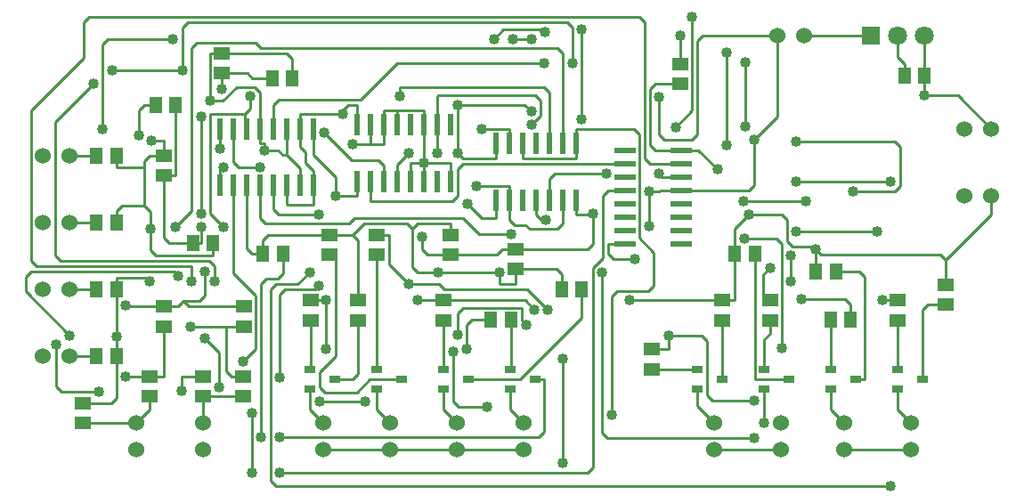
<source format=gbr>
G04 DipTrace 2.2.0.9*
%INTop.gbr*%
%MOIN*%
%ADD13C,0.01*%
%ADD15R,0.0591X0.0512*%
%ADD16R,0.0512X0.0591*%
%ADD17C,0.06*%
%ADD19R,0.0413X0.0256*%
%ADD20R,0.0236X0.0787*%
%ADD21R,0.0709X0.0709*%
%ADD22C,0.0709*%
%ADD23R,0.0787X0.0236*%
%ADD24C,0.04*%
%FSLAX44Y44*%
%SFA1B1*%
%OFA0B0*%
G04*
G70*
G90*
G75*
G01*
%LNTop*%
%LPD*%
X29940Y8192D2*
D13*
Y7573D1*
X30573Y6940D1*
X28237Y8948D2*
X29940D1*
X30850Y10781D2*
Y8566D1*
X40940Y17940D2*
X39684Y19196D1*
X38440D1*
X23727Y18599D2*
X23477Y18849D1*
X20973D1*
X6940Y7688D2*
X7988D1*
X8188Y7888D1*
Y9440D1*
X24860Y11935D2*
Y12493D1*
X24660Y12693D1*
X23128D1*
X8188Y14440D2*
Y14885D1*
X8388Y15085D1*
X9238D1*
X9473Y14850D1*
Y14218D1*
X31671Y15256D2*
X33990D1*
X17205Y18107D2*
Y18845D1*
X16869D1*
X16669Y18645D1*
Y18495D1*
X27395Y11529D2*
X30850D1*
X8188Y16940D2*
Y16495D1*
X9189D1*
X9238Y16544D1*
Y16749D1*
X9438Y16949D1*
X9946D1*
X12130Y19457D2*
Y20025D1*
X9038Y17705D2*
Y18638D1*
X9238Y18838D1*
X9651D1*
X30691Y16440D2*
X29975Y17156D1*
X29339D1*
X39235Y12114D2*
Y13043D1*
X39035Y13243D1*
X34576D1*
X34376Y13443D1*
X20220Y12572D2*
X19470D1*
X19270Y12772D1*
Y14192D1*
X19070Y14392D1*
X17445D1*
X17039Y13986D1*
X16147D1*
X9238Y16544D2*
Y15085D1*
X19270Y14192D2*
X19470Y14392D1*
X20710D1*
Y13985D1*
X40940Y15440D2*
Y14748D1*
X39235Y13043D1*
X10640Y8155D2*
Y8688D1*
X11440D1*
X38440Y19940D2*
Y21440D1*
Y19196D2*
Y19940D1*
X20973Y17056D2*
X21173Y16856D1*
X22408D1*
Y17405D1*
X20973Y18849D2*
Y17056D1*
X8188Y11940D2*
Y12390D1*
X9297D1*
X9438Y12249D1*
X8188Y10173D2*
Y11940D1*
Y9440D2*
Y10173D1*
X13667Y13261D2*
X13257D1*
X13057Y13461D1*
Y15825D1*
X16147Y13986D2*
X13867D1*
X13667Y13786D1*
Y13261D1*
X17039Y13986D2*
X17239Y13786D1*
Y11529D1*
X22527Y12572D2*
X20220D1*
X23128Y12693D2*
Y12135D1*
X22527D1*
Y12572D1*
X9473Y14218D2*
Y13399D1*
X9673Y13199D1*
X11801D1*
Y13690D1*
X15557Y15825D2*
Y15092D1*
X14557D1*
Y15825D1*
X15057Y17951D2*
Y17269D1*
X15257Y17069D1*
Y16669D1*
X15557Y16369D1*
Y15825D1*
X16669Y18495D2*
X15057D1*
Y17951D1*
X34376Y13443D2*
Y12598D1*
X31871Y14745D2*
X33089D1*
X33289Y14545D1*
Y13743D1*
X33489Y13543D1*
X34276D1*
X34376Y13443D1*
X31334Y13261D2*
Y14208D1*
X31871Y14745D1*
X30850Y11529D2*
X31334D1*
Y13261D1*
X9946Y16949D2*
Y17505D1*
X9503D1*
X12130Y20025D2*
X13094D1*
X13266Y19852D1*
X14019D1*
X29339Y17156D2*
X28357D1*
X28157Y17356D1*
Y19435D1*
X28357Y19635D1*
X29290D1*
X14767Y19852D2*
Y20573D1*
X14567Y20773D1*
X12130D1*
X20705Y15981D2*
Y16675D1*
X19705D1*
X28142Y14295D2*
Y15595D1*
X19620Y13899D2*
Y13437D1*
X19820Y13237D1*
X20710D1*
X10399Y18838D2*
Y16201D1*
X9946D1*
X18205Y18107D2*
Y17375D1*
X17705D1*
X17019D1*
X12949Y11296D2*
X10899D1*
X10699Y11496D1*
X11299D1*
X11499Y11696D1*
Y12617D1*
X13725Y17149D2*
X14235D1*
X14415Y16969D1*
X14557D1*
X15057Y16469D1*
Y15825D1*
X19705Y18107D2*
Y18651D1*
X18705D1*
X18205D1*
Y18107D1*
X20205Y17025D2*
Y18107D1*
X37440Y21440D2*
Y20637D1*
X37692Y20385D1*
Y19940D1*
X19705Y15981D2*
Y16675D1*
X27595Y13072D2*
X26781D1*
X26581Y13272D1*
Y13656D1*
X27213D1*
X23440Y5940D2*
X20940D1*
X35440D2*
X37940D1*
X33073D2*
X30573D1*
X29290Y21440D2*
Y20383D1*
X5940Y9864D2*
Y8294D1*
X6140Y8094D1*
X7535D1*
X14557Y16969D2*
Y17951D1*
X13557D2*
Y17399D1*
X13725D1*
Y17149D1*
X11685Y18995D2*
X12168D1*
X12690Y19517D1*
X13357D1*
X13557Y19317D1*
Y17951D1*
X12130Y20773D2*
X11685D1*
Y18995D1*
X17705Y17375D2*
Y18107D1*
X18705Y18651D2*
Y18107D1*
X19705Y16675D2*
Y18107D1*
X32940Y21440D2*
X30135D1*
X29935Y21240D1*
Y17756D1*
X29735Y17556D1*
X28707D1*
X28507Y17756D1*
Y19142D1*
X32071Y17542D2*
X32940Y18411D1*
Y21440D1*
X29339Y15656D2*
X31871D1*
X32071Y15856D1*
Y17542D1*
X28142Y15595D2*
X28492D1*
X28553Y15656D1*
X29339D1*
X26031Y14774D2*
X25992Y14735D1*
X25408D1*
Y15279D1*
X23128Y13441D2*
X25831D1*
X26031Y13641D1*
Y14774D1*
X20710Y13237D2*
X22423D1*
X22627Y13441D1*
X23128D1*
X11053Y13690D2*
X11355D1*
Y14285D1*
X9946Y16201D2*
Y13890D1*
X10146Y13690D1*
X11053D1*
X20205Y18107D2*
Y19167D1*
X20237Y19199D1*
X23877D1*
X24077Y18999D1*
Y18449D1*
X23727Y18099D1*
X19705Y16675D2*
X19205D1*
Y15981D1*
X18440Y5940D2*
X15940D1*
X20940D2*
X18440D1*
X12057Y17221D2*
Y17951D1*
X9946Y11296D2*
X10499D1*
X10699Y11496D1*
X8538Y11346D2*
X8588Y11296D1*
X9946D1*
X32440Y6940D2*
Y8192D1*
X32644Y10781D2*
Y10277D1*
X32440Y10073D1*
Y8940D1*
X32082Y13261D2*
Y8566D1*
X33346D1*
X32644Y12745D2*
X32394Y12495D1*
Y11529D1*
X32644D1*
X33439Y12245D2*
Y13193D1*
X33821Y11583D2*
X35470D1*
X35670Y11383D1*
Y10804D1*
X34940Y8192D2*
Y7440D1*
X35440Y6940D1*
X34922Y10804D2*
Y8940D1*
X34940D1*
X35124Y12598D2*
X36002D1*
X36202Y12398D1*
Y8566D1*
X35846D1*
X37440Y8192D2*
Y7440D1*
X37940Y6940D1*
X37441Y10781D2*
Y8940D1*
X39235Y11366D2*
X38546D1*
X38346Y11166D1*
Y8566D1*
X36846Y11529D2*
X37441D1*
X37166Y4590D2*
X14144D1*
X13944Y4790D1*
Y11935D1*
X14144Y12135D1*
X14969D1*
X15419Y12585D1*
X37166Y15974D2*
X33640D1*
X28237Y9696D2*
X28857D1*
Y10216D1*
X30097D1*
X30297Y10016D1*
Y7964D1*
X30497Y7764D1*
X32071D1*
X25608Y21689D2*
Y18299D1*
X22327Y21323D2*
X22677Y21673D1*
X24133D1*
X24227Y21579D1*
X7668Y17927D2*
Y21123D1*
X7868Y21323D1*
X10305D1*
X6440Y16940D2*
X6890D1*
X7440D1*
X15440Y8192D2*
Y7440D1*
X15940Y6940D1*
X15445Y10781D2*
Y8940D1*
X8018Y20157D2*
X10655D1*
X6440Y9440D2*
X6890D1*
X7440D1*
X10655Y20157D2*
Y21729D1*
X10855Y21929D1*
X25058D1*
X25258Y21729D1*
Y20400D1*
X23727Y21323D2*
X23027D1*
X6440Y11940D2*
X6890D1*
X7440D1*
X29735Y22129D2*
Y18628D1*
X29132Y18024D1*
X6440Y14440D2*
X6890D1*
X7440D1*
X17239Y10781D2*
Y8766D1*
X17039Y8566D1*
X16346D1*
X24882Y5440D2*
Y9347D1*
X15445Y11529D2*
X16040D1*
Y9699D1*
X20947Y10225D2*
Y11049D1*
X21147Y11249D1*
X23362D1*
Y10765D1*
X23512Y10615D1*
X21297Y9694D2*
Y10604D1*
X21497Y10804D1*
X22208D1*
X17940Y8192D2*
Y7440D1*
X18440Y6940D1*
X17941Y13238D2*
Y8940D1*
X18846Y8566D2*
X17677D1*
X17201Y8090D1*
X15997D1*
X15797Y8290D1*
Y8844D1*
X16390Y9438D1*
Y13238D1*
X16147D1*
X19470Y11529D2*
X20437D1*
X23483D1*
X23827Y11185D1*
X24327D2*
X23577Y11935D1*
X20477D1*
X20263Y12149D1*
X19120D1*
X18386Y12883D1*
Y13986D1*
X17941D1*
X20440Y8192D2*
Y7440D1*
X20940Y6940D1*
X20437Y10781D2*
Y8940D1*
X25608Y11935D2*
Y10877D1*
X23297Y8566D1*
X21346D1*
X22940Y8192D2*
Y7440D1*
X23440Y6940D1*
X22956Y10804D2*
Y8940D1*
X22940D1*
X14294Y6417D2*
X24002D1*
X24202Y6617D1*
Y8566D1*
X23846D1*
X13594Y6417D2*
Y12135D1*
X13794Y12335D1*
X14215D1*
X14415Y12535D1*
Y13261D1*
X12940Y7940D2*
X11885D1*
X11440D1*
Y6940D1*
X10945Y10548D2*
X12295D1*
Y8888D1*
X12495Y8688D1*
X12940D1*
X12295Y10548D2*
X12949D1*
X10999Y12249D2*
Y12799D1*
X5190D1*
X4990Y12999D1*
Y18644D1*
X6968Y20622D1*
Y21929D1*
X7168Y22129D1*
X27757D1*
X27957Y21929D1*
Y16856D1*
X28157Y16656D1*
X29339D1*
X27213D2*
X21173D1*
X20973Y16456D1*
Y15437D1*
X20773Y15237D1*
X17705D1*
Y15981D1*
X6940Y6940D2*
X8940D1*
X9440Y7440D1*
Y7940D1*
X8538Y8688D2*
X9440D1*
X10499Y12449D2*
X10349Y12599D1*
X4990D1*
X4790Y12399D1*
Y11868D1*
X6440Y10218D1*
X9440Y8688D2*
X9946D1*
Y10548D1*
X36440Y21440D2*
X33940D1*
X26714Y7238D2*
Y11679D1*
X26914Y11879D1*
X28107D1*
X28307Y12079D1*
Y13313D1*
X27757Y13863D1*
Y17749D1*
X27557Y17949D1*
X25408D1*
Y17405D1*
Y16856D1*
X23408D1*
Y17405D1*
X32071Y6390D2*
X26564D1*
X26364Y6590D1*
Y12572D1*
X11853Y12249D2*
Y12799D1*
X11653Y12999D1*
X6090D1*
X5890Y13199D1*
Y18211D1*
X7318Y19639D1*
X24245Y14542D2*
X24108D1*
X23908Y14742D1*
Y15279D1*
X10405Y14285D2*
X11005Y14885D1*
Y20979D1*
X11205Y21179D1*
X13393D1*
X13599Y20973D1*
X24708D1*
X24908Y20773D1*
Y17405D1*
X13189Y19167D2*
Y18695D1*
X12989Y18495D1*
X11705D1*
Y14788D1*
X12207Y14285D1*
X12989Y18495D2*
Y17951D1*
X13057D1*
X18806Y19167D2*
Y19517D1*
X24208D1*
X24408Y19317D1*
Y17405D1*
X12917Y9244D2*
X13394Y9721D1*
Y11702D1*
X12557Y12539D1*
Y15825D1*
X15769Y14742D2*
X14257D1*
X14057Y14942D1*
Y15825D1*
X14294Y8640D2*
Y11735D1*
X14494Y11935D1*
X15619D1*
X15769Y12085D1*
X21873Y17949D2*
X22908D1*
Y17405D1*
X20797Y9602D2*
Y7740D1*
X20997Y7540D1*
X22052D1*
X15975Y17795D2*
X17001Y16769D1*
X18005D1*
X18205Y16569D1*
Y15981D1*
X11355Y14785D2*
Y18417D1*
X17205Y15981D2*
Y15437D1*
X16390D1*
X12040Y8290D2*
Y9582D1*
X11499Y10123D1*
X14294Y5090D2*
X25814D1*
X26014Y5290D1*
Y12739D1*
X26381Y13106D1*
Y15456D1*
X26581Y15656D1*
X27213D1*
X13244Y7315D2*
Y5090D1*
X16390Y15437D2*
Y16152D1*
X15557Y16985D1*
Y17951D1*
X19120Y17025D2*
X18705Y16610D1*
Y15981D1*
X22977Y13997D2*
X21750D1*
X21155Y14592D1*
X17105D1*
X16905Y14392D1*
X13757D1*
X13557Y14592D1*
Y15825D1*
X12207Y16519D2*
X12057Y16369D1*
Y15825D1*
X13573Y16519D2*
X12757D1*
X12557Y16719D1*
Y17951D1*
X24186Y20400D2*
X18683D1*
X17328Y19045D1*
X14257D1*
X14057Y18845D1*
Y17951D1*
X21323Y15142D2*
X21873Y14592D1*
X22408D1*
Y15279D1*
X21673Y15823D2*
X22908D1*
Y15279D1*
X15790Y7740D2*
X17490D1*
X22908Y15279D2*
Y14547D1*
X23108Y14347D1*
X23496D1*
X23651Y14192D1*
X24708D1*
X24908Y14392D1*
Y15279D1*
X26519Y16273D2*
X24608D1*
X24408Y16073D1*
Y15279D1*
X28492Y16273D2*
X28609Y16156D1*
X29339D1*
X31041Y20800D2*
Y17356D1*
X33640Y14124D2*
X36666D1*
X33640Y17474D2*
X37316D1*
X37516Y17274D1*
Y15824D1*
X37316Y15624D1*
X35766D1*
X31741Y20450D2*
Y18042D1*
X33089Y9737D2*
Y13656D1*
X32889Y13856D1*
X31684D1*
D24*
X8188Y10173D3*
X33990Y15256D3*
X23727Y18599D3*
X9038Y17705D3*
X20973Y17056D3*
X34376Y13443D3*
X9438Y12249D3*
X38440Y19196D3*
X20220Y12572D3*
X31871Y14745D3*
X10640Y8155D3*
X30691Y16440D3*
X27395Y11529D3*
X20973Y18849D3*
X9473Y14218D3*
X12130Y19457D3*
X9503Y17505D3*
X31671Y15256D3*
X16669Y18495D3*
X22527Y12572D3*
X17019Y17375D3*
X23727Y18099D3*
X28507Y19142D3*
X27595Y13072D3*
X29290Y21440D3*
X12055Y17219D3*
X7535Y8094D3*
X5940Y9864D3*
X20205Y17025D3*
X8538Y11346D3*
X11355Y14285D3*
X19620Y13899D3*
X32071Y17542D3*
X11499Y12617D3*
X13725Y17149D3*
X26031Y14774D3*
X11685Y18995D3*
X28142Y14295D3*
X19705Y16675D3*
X28142Y15595D3*
X32440Y6940D3*
X32644Y12745D3*
X33439Y13193D3*
Y12245D3*
X33821Y11583D3*
X36846Y11529D3*
X15419Y12585D3*
X37166Y4590D3*
X33640Y15974D3*
X37166D3*
X32071Y7764D3*
X28857Y10216D3*
X25608Y18299D3*
Y21689D3*
X24227Y21579D3*
X22327Y21323D3*
X10305D3*
X7668Y17927D3*
X25258Y20400D3*
X8018Y20157D3*
X10655D3*
X23027Y21323D3*
X23727D3*
X29132Y18024D3*
X29735Y22129D3*
X24882Y9347D3*
Y5440D3*
X16040Y9699D3*
Y11529D3*
X23512Y10615D3*
X20947Y10225D3*
X21297Y9694D3*
X23827Y11185D3*
X19470Y11529D3*
X24327Y11185D3*
X19120Y12149D3*
X14294Y6417D3*
X13594D3*
X10945Y10548D3*
X10999Y12249D3*
X8538Y8688D3*
X6440Y10218D3*
X10499Y12449D3*
X26714Y7238D3*
X24245Y14542D3*
X26364Y12572D3*
X32071Y6390D3*
X7318Y19639D3*
X11853Y12249D3*
X10405Y14285D3*
X13189Y19167D3*
X18806D3*
X12207Y14285D3*
X12917Y9244D3*
X15769Y14742D3*
Y12085D3*
X14294Y8640D3*
X21873Y17949D3*
X22052Y7540D3*
X20797Y9602D3*
X15975Y17795D3*
X11355Y18417D3*
Y14785D3*
X11499Y10123D3*
X12040Y8290D3*
X14294Y5090D3*
X13244D3*
Y7315D3*
X16390Y15437D3*
X19120Y17025D3*
X22977Y13997D3*
X12207Y16519D3*
X13573D3*
X24186Y20400D3*
X21323Y15142D3*
X17490Y7740D3*
X15790D3*
X21673Y15823D3*
X26519Y16273D3*
X28492D3*
X31041Y17356D3*
Y20800D3*
X36666Y14124D3*
X33640D3*
X35766Y15624D3*
X33640Y17474D3*
X31741Y18042D3*
Y20450D3*
X31684Y13856D3*
X33089Y9737D3*
D15*
X9946Y16949D3*
Y16201D3*
X12949Y10548D3*
Y11296D3*
X9946Y10548D3*
Y11296D3*
D16*
X38440Y19940D3*
X37692D3*
X9651Y18838D3*
X10399D3*
D15*
X20710Y13985D3*
Y13237D3*
X23128Y12693D3*
Y13441D3*
X12130Y20025D3*
Y20773D3*
D16*
X11801Y13690D3*
X11053D3*
D15*
X29290Y19635D3*
Y20383D3*
D16*
X14019Y19852D3*
X14767D3*
D17*
X32940Y21440D3*
X33940D3*
X8940Y5940D3*
Y6940D3*
X37940D3*
Y5940D3*
X35440Y6940D3*
Y5940D3*
X33073Y6940D3*
Y5940D3*
X30573Y6940D3*
Y5940D3*
X40940Y17940D3*
X39940D3*
X40940Y15440D3*
X39940D3*
D19*
X29940Y8940D3*
Y8192D3*
X30846Y8566D3*
X32440Y8940D3*
Y8192D3*
X33346Y8566D3*
X34940Y8940D3*
Y8192D3*
X35846Y8566D3*
X37440Y8940D3*
Y8192D3*
X38346Y8566D3*
X15440Y8940D3*
Y8192D3*
X16346Y8566D3*
X17940Y8940D3*
Y8192D3*
X18846Y8566D3*
X20440Y8940D3*
Y8192D3*
X21346Y8566D3*
X22940Y8940D3*
Y8192D3*
X23846Y8566D3*
D15*
X28237Y9696D3*
Y8948D3*
X30850Y10781D3*
Y11529D3*
X32644D3*
Y10781D3*
D16*
X32082Y13261D3*
X31334D3*
X35670Y10804D3*
X34922D3*
X35124Y12598D3*
X34376D3*
D15*
X37441Y11529D3*
Y10781D3*
X39235Y11366D3*
Y12114D3*
D16*
X7440Y16940D3*
X8188D3*
X7440Y9440D3*
X8188D3*
X7440Y11940D3*
X8188D3*
X7440Y14440D3*
X8188D3*
D15*
X15445Y11529D3*
Y10781D3*
X17239D3*
Y11529D3*
X17941Y13986D3*
Y13238D3*
X16147D3*
Y13986D3*
X20437Y11529D3*
Y10781D3*
D16*
X25608Y11935D3*
X24860D3*
X22208Y10804D3*
X22956D3*
X14415Y13261D3*
X13667D3*
D15*
X11440Y7940D3*
Y8688D3*
X12940Y7940D3*
Y8688D3*
X6940Y6940D3*
Y7688D3*
X9440Y7940D3*
Y8688D3*
D17*
X11440Y5940D3*
Y6940D3*
X6440Y9440D3*
X5440D3*
X6440Y11940D3*
X5440D3*
X6440Y14440D3*
X5440D3*
X6440Y16940D3*
X5440D3*
D21*
X36440Y21440D3*
D22*
X38440D3*
X37440D3*
D20*
X15557Y17951D3*
X15057D3*
X14557D3*
X14057D3*
X13557D3*
X13057D3*
X12557D3*
X12057D3*
Y15825D3*
X12557D3*
X13057D3*
X13557D3*
X14057D3*
X14557D3*
X15057D3*
X15557D3*
X17205Y15981D3*
X17705D3*
X18205D3*
X18705D3*
X19205D3*
X19705D3*
X20205D3*
X20705D3*
Y18107D3*
X20205D3*
X19705D3*
X19205D3*
X18705D3*
X18205D3*
X17705D3*
X17205D3*
X22408Y15279D3*
X22908D3*
X23408D3*
X23908D3*
X24408D3*
X24908D3*
X25408D3*
Y17405D3*
X24908D3*
X24408D3*
X23908D3*
X23408D3*
X22908D3*
X22408D3*
D23*
X27213Y17156D3*
Y16656D3*
Y16156D3*
Y15656D3*
Y15156D3*
Y14656D3*
Y14156D3*
Y13656D3*
X29339D3*
Y14156D3*
Y14656D3*
Y15156D3*
Y15656D3*
Y16156D3*
Y16656D3*
Y17156D3*
D17*
X23440Y6940D3*
Y5940D3*
X20940Y6940D3*
Y5940D3*
X18440Y6940D3*
Y5940D3*
X15940Y6940D3*
Y5940D3*
M02*

</source>
